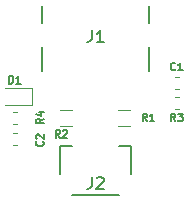
<source format=gto>
G04 #@! TF.GenerationSoftware,KiCad,Pcbnew,5.1.5*
G04 #@! TF.CreationDate,2020-01-08T02:03:50-03:00*
G04 #@! TF.ProjectId,Unified-Daughterboard,556e6966-6965-4642-9d44-617567687465,rev?*
G04 #@! TF.SameCoordinates,Original*
G04 #@! TF.FileFunction,Legend,Top*
G04 #@! TF.FilePolarity,Positive*
%FSLAX46Y46*%
G04 Gerber Fmt 4.6, Leading zero omitted, Abs format (unit mm)*
G04 Created by KiCad (PCBNEW 5.1.5) date 2020-01-08 02:03:50*
%MOMM*%
%LPD*%
G04 APERTURE LIST*
%ADD10C,0.200000*%
%ADD11C,0.120000*%
%ADD12C,0.150000*%
%ADD13C,0.127000*%
%ADD14C,0.100000*%
%ADD15C,3.602000*%
%ADD16R,0.702000X1.652000*%
%ADD17R,1.302000X1.902000*%
%ADD18R,0.602000X1.002000*%
%ADD19O,1.102000X1.702000*%
%ADD20O,1.102000X2.202000*%
%ADD21C,0.752000*%
%ADD22R,0.402000X1.552000*%
%ADD23R,0.702000X1.552000*%
G04 APERTURE END LIST*
D10*
X79504500Y-60043000D02*
X79504500Y-62043000D01*
X79504500Y-56543000D02*
X79504500Y-58043000D01*
X70504500Y-60043000D02*
X70504500Y-62043000D01*
X70504500Y-56543000D02*
X70504500Y-58043000D01*
D11*
X67987721Y-66526000D02*
X68313279Y-66526000D01*
X67987721Y-65506000D02*
X68313279Y-65506000D01*
X82029279Y-64236000D02*
X81703721Y-64236000D01*
X82029279Y-65256000D02*
X81703721Y-65256000D01*
X69635500Y-63503000D02*
X67350500Y-63503000D01*
X69635500Y-64973000D02*
X69635500Y-63503000D01*
X67350500Y-64973000D02*
X69635500Y-64973000D01*
X67987721Y-68304000D02*
X68313279Y-68304000D01*
X67987721Y-67284000D02*
X68313279Y-67284000D01*
X82029279Y-62585000D02*
X81703721Y-62585000D01*
X82029279Y-63605000D02*
X81703721Y-63605000D01*
D12*
X77004500Y-68393000D02*
X78004500Y-68393000D01*
X78004500Y-68393000D02*
X78004500Y-70793000D01*
X77004500Y-72593000D02*
X73004500Y-72593000D01*
X72004500Y-70793000D02*
X72004500Y-68393000D01*
X72004500Y-68393000D02*
X73004500Y-68393000D01*
D11*
X76921500Y-65336000D02*
X77921500Y-65336000D01*
X77921500Y-66696000D02*
X76921500Y-66696000D01*
X71968500Y-65336000D02*
X72968500Y-65336000D01*
X72968500Y-66696000D02*
X71968500Y-66696000D01*
D13*
X70596761Y-66121833D02*
X70294380Y-66333500D01*
X70596761Y-66484690D02*
X69961761Y-66484690D01*
X69961761Y-66242785D01*
X69992000Y-66182309D01*
X70022238Y-66152071D01*
X70082714Y-66121833D01*
X70173428Y-66121833D01*
X70233904Y-66152071D01*
X70264142Y-66182309D01*
X70294380Y-66242785D01*
X70294380Y-66484690D01*
X70173428Y-65577547D02*
X70596761Y-65577547D01*
X69931523Y-65728738D02*
X70385095Y-65879928D01*
X70385095Y-65486833D01*
X81760666Y-66303261D02*
X81549000Y-66000880D01*
X81397809Y-66303261D02*
X81397809Y-65668261D01*
X81639714Y-65668261D01*
X81700190Y-65698500D01*
X81730428Y-65728738D01*
X81760666Y-65789214D01*
X81760666Y-65879928D01*
X81730428Y-65940404D01*
X81700190Y-65970642D01*
X81639714Y-66000880D01*
X81397809Y-66000880D01*
X81972333Y-65668261D02*
X82365428Y-65668261D01*
X82153761Y-65910166D01*
X82244476Y-65910166D01*
X82304952Y-65940404D01*
X82335190Y-65970642D01*
X82365428Y-66031119D01*
X82365428Y-66182309D01*
X82335190Y-66242785D01*
X82304952Y-66273023D01*
X82244476Y-66303261D01*
X82063047Y-66303261D01*
X82002571Y-66273023D01*
X81972333Y-66242785D01*
X67681809Y-63128261D02*
X67681809Y-62493261D01*
X67833000Y-62493261D01*
X67923714Y-62523500D01*
X67984190Y-62583976D01*
X68014428Y-62644452D01*
X68044666Y-62765404D01*
X68044666Y-62856119D01*
X68014428Y-62977071D01*
X67984190Y-63037547D01*
X67923714Y-63098023D01*
X67833000Y-63128261D01*
X67681809Y-63128261D01*
X68649428Y-63128261D02*
X68286571Y-63128261D01*
X68468000Y-63128261D02*
X68468000Y-62493261D01*
X68407523Y-62583976D01*
X68347047Y-62644452D01*
X68286571Y-62674690D01*
X70536285Y-68026833D02*
X70566523Y-68057071D01*
X70596761Y-68147785D01*
X70596761Y-68208261D01*
X70566523Y-68298976D01*
X70506047Y-68359452D01*
X70445571Y-68389690D01*
X70324619Y-68419928D01*
X70233904Y-68419928D01*
X70112952Y-68389690D01*
X70052476Y-68359452D01*
X69992000Y-68298976D01*
X69961761Y-68208261D01*
X69961761Y-68147785D01*
X69992000Y-68057071D01*
X70022238Y-68026833D01*
X70022238Y-67784928D02*
X69992000Y-67754690D01*
X69961761Y-67694214D01*
X69961761Y-67543023D01*
X69992000Y-67482547D01*
X70022238Y-67452309D01*
X70082714Y-67422071D01*
X70143190Y-67422071D01*
X70233904Y-67452309D01*
X70596761Y-67815166D01*
X70596761Y-67422071D01*
X81760666Y-61924785D02*
X81730428Y-61955023D01*
X81639714Y-61985261D01*
X81579238Y-61985261D01*
X81488523Y-61955023D01*
X81428047Y-61894547D01*
X81397809Y-61834071D01*
X81367571Y-61713119D01*
X81367571Y-61622404D01*
X81397809Y-61501452D01*
X81428047Y-61440976D01*
X81488523Y-61380500D01*
X81579238Y-61350261D01*
X81639714Y-61350261D01*
X81730428Y-61380500D01*
X81760666Y-61410738D01*
X82365428Y-61985261D02*
X82002571Y-61985261D01*
X82184000Y-61985261D02*
X82184000Y-61350261D01*
X82123523Y-61440976D01*
X82063047Y-61501452D01*
X82002571Y-61531690D01*
D12*
X74675166Y-71056380D02*
X74675166Y-71770666D01*
X74627547Y-71913523D01*
X74532309Y-72008761D01*
X74389452Y-72056380D01*
X74294214Y-72056380D01*
X75103738Y-71151619D02*
X75151357Y-71104000D01*
X75246595Y-71056380D01*
X75484690Y-71056380D01*
X75579928Y-71104000D01*
X75627547Y-71151619D01*
X75675166Y-71246857D01*
X75675166Y-71342095D01*
X75627547Y-71484952D01*
X75056119Y-72056380D01*
X75675166Y-72056380D01*
D13*
X79347666Y-66303261D02*
X79136000Y-66000880D01*
X78984809Y-66303261D02*
X78984809Y-65668261D01*
X79226714Y-65668261D01*
X79287190Y-65698500D01*
X79317428Y-65728738D01*
X79347666Y-65789214D01*
X79347666Y-65879928D01*
X79317428Y-65940404D01*
X79287190Y-65970642D01*
X79226714Y-66000880D01*
X78984809Y-66000880D01*
X79952428Y-66303261D02*
X79589571Y-66303261D01*
X79771000Y-66303261D02*
X79771000Y-65668261D01*
X79710523Y-65758976D01*
X79650047Y-65819452D01*
X79589571Y-65849690D01*
X71981666Y-67700261D02*
X71770000Y-67397880D01*
X71618809Y-67700261D02*
X71618809Y-67065261D01*
X71860714Y-67065261D01*
X71921190Y-67095500D01*
X71951428Y-67125738D01*
X71981666Y-67186214D01*
X71981666Y-67276928D01*
X71951428Y-67337404D01*
X71921190Y-67367642D01*
X71860714Y-67397880D01*
X71618809Y-67397880D01*
X72223571Y-67125738D02*
X72253809Y-67095500D01*
X72314285Y-67065261D01*
X72465476Y-67065261D01*
X72525952Y-67095500D01*
X72556190Y-67125738D01*
X72586428Y-67186214D01*
X72586428Y-67246690D01*
X72556190Y-67337404D01*
X72193333Y-67700261D01*
X72586428Y-67700261D01*
D12*
X74675166Y-58610380D02*
X74675166Y-59324666D01*
X74627547Y-59467523D01*
X74532309Y-59562761D01*
X74389452Y-59610380D01*
X74294214Y-59610380D01*
X75675166Y-59610380D02*
X75103738Y-59610380D01*
X75389452Y-59610380D02*
X75389452Y-58610380D01*
X75294214Y-58753238D01*
X75198976Y-58848476D01*
X75103738Y-58896095D01*
%LPC*%
D14*
G36*
X69206191Y-65491176D02*
G01*
X69229901Y-65494693D01*
X69253152Y-65500517D01*
X69275720Y-65508592D01*
X69297389Y-65518841D01*
X69317948Y-65531164D01*
X69337201Y-65545442D01*
X69354961Y-65561539D01*
X69371058Y-65579299D01*
X69385336Y-65598552D01*
X69397659Y-65619111D01*
X69407908Y-65640780D01*
X69415983Y-65663348D01*
X69421807Y-65686599D01*
X69425324Y-65710309D01*
X69426500Y-65734250D01*
X69426500Y-66297750D01*
X69425324Y-66321691D01*
X69421807Y-66345401D01*
X69415983Y-66368652D01*
X69407908Y-66391220D01*
X69397659Y-66412889D01*
X69385336Y-66433448D01*
X69371058Y-66452701D01*
X69354961Y-66470461D01*
X69337201Y-66486558D01*
X69317948Y-66500836D01*
X69297389Y-66513159D01*
X69275720Y-66523408D01*
X69253152Y-66531483D01*
X69229901Y-66537307D01*
X69206191Y-66540824D01*
X69182250Y-66542000D01*
X68693750Y-66542000D01*
X68669809Y-66540824D01*
X68646099Y-66537307D01*
X68622848Y-66531483D01*
X68600280Y-66523408D01*
X68578611Y-66513159D01*
X68558052Y-66500836D01*
X68538799Y-66486558D01*
X68521039Y-66470461D01*
X68504942Y-66452701D01*
X68490664Y-66433448D01*
X68478341Y-66412889D01*
X68468092Y-66391220D01*
X68460017Y-66368652D01*
X68454193Y-66345401D01*
X68450676Y-66321691D01*
X68449500Y-66297750D01*
X68449500Y-65734250D01*
X68450676Y-65710309D01*
X68454193Y-65686599D01*
X68460017Y-65663348D01*
X68468092Y-65640780D01*
X68478341Y-65619111D01*
X68490664Y-65598552D01*
X68504942Y-65579299D01*
X68521039Y-65561539D01*
X68538799Y-65545442D01*
X68558052Y-65531164D01*
X68578611Y-65518841D01*
X68600280Y-65508592D01*
X68622848Y-65500517D01*
X68646099Y-65494693D01*
X68669809Y-65491176D01*
X68693750Y-65490000D01*
X69182250Y-65490000D01*
X69206191Y-65491176D01*
G37*
G36*
X67631191Y-65491176D02*
G01*
X67654901Y-65494693D01*
X67678152Y-65500517D01*
X67700720Y-65508592D01*
X67722389Y-65518841D01*
X67742948Y-65531164D01*
X67762201Y-65545442D01*
X67779961Y-65561539D01*
X67796058Y-65579299D01*
X67810336Y-65598552D01*
X67822659Y-65619111D01*
X67832908Y-65640780D01*
X67840983Y-65663348D01*
X67846807Y-65686599D01*
X67850324Y-65710309D01*
X67851500Y-65734250D01*
X67851500Y-66297750D01*
X67850324Y-66321691D01*
X67846807Y-66345401D01*
X67840983Y-66368652D01*
X67832908Y-66391220D01*
X67822659Y-66412889D01*
X67810336Y-66433448D01*
X67796058Y-66452701D01*
X67779961Y-66470461D01*
X67762201Y-66486558D01*
X67742948Y-66500836D01*
X67722389Y-66513159D01*
X67700720Y-66523408D01*
X67678152Y-66531483D01*
X67654901Y-66537307D01*
X67631191Y-66540824D01*
X67607250Y-66542000D01*
X67118750Y-66542000D01*
X67094809Y-66540824D01*
X67071099Y-66537307D01*
X67047848Y-66531483D01*
X67025280Y-66523408D01*
X67003611Y-66513159D01*
X66983052Y-66500836D01*
X66963799Y-66486558D01*
X66946039Y-66470461D01*
X66929942Y-66452701D01*
X66915664Y-66433448D01*
X66903341Y-66412889D01*
X66893092Y-66391220D01*
X66885017Y-66368652D01*
X66879193Y-66345401D01*
X66875676Y-66321691D01*
X66874500Y-66297750D01*
X66874500Y-65734250D01*
X66875676Y-65710309D01*
X66879193Y-65686599D01*
X66885017Y-65663348D01*
X66893092Y-65640780D01*
X66903341Y-65619111D01*
X66915664Y-65598552D01*
X66929942Y-65579299D01*
X66946039Y-65561539D01*
X66963799Y-65545442D01*
X66983052Y-65531164D01*
X67003611Y-65518841D01*
X67025280Y-65508592D01*
X67047848Y-65500517D01*
X67071099Y-65494693D01*
X67094809Y-65491176D01*
X67118750Y-65490000D01*
X67607250Y-65490000D01*
X67631191Y-65491176D01*
G37*
G36*
X81347191Y-64221176D02*
G01*
X81370901Y-64224693D01*
X81394152Y-64230517D01*
X81416720Y-64238592D01*
X81438389Y-64248841D01*
X81458948Y-64261164D01*
X81478201Y-64275442D01*
X81495961Y-64291539D01*
X81512058Y-64309299D01*
X81526336Y-64328552D01*
X81538659Y-64349111D01*
X81548908Y-64370780D01*
X81556983Y-64393348D01*
X81562807Y-64416599D01*
X81566324Y-64440309D01*
X81567500Y-64464250D01*
X81567500Y-65027750D01*
X81566324Y-65051691D01*
X81562807Y-65075401D01*
X81556983Y-65098652D01*
X81548908Y-65121220D01*
X81538659Y-65142889D01*
X81526336Y-65163448D01*
X81512058Y-65182701D01*
X81495961Y-65200461D01*
X81478201Y-65216558D01*
X81458948Y-65230836D01*
X81438389Y-65243159D01*
X81416720Y-65253408D01*
X81394152Y-65261483D01*
X81370901Y-65267307D01*
X81347191Y-65270824D01*
X81323250Y-65272000D01*
X80834750Y-65272000D01*
X80810809Y-65270824D01*
X80787099Y-65267307D01*
X80763848Y-65261483D01*
X80741280Y-65253408D01*
X80719611Y-65243159D01*
X80699052Y-65230836D01*
X80679799Y-65216558D01*
X80662039Y-65200461D01*
X80645942Y-65182701D01*
X80631664Y-65163448D01*
X80619341Y-65142889D01*
X80609092Y-65121220D01*
X80601017Y-65098652D01*
X80595193Y-65075401D01*
X80591676Y-65051691D01*
X80590500Y-65027750D01*
X80590500Y-64464250D01*
X80591676Y-64440309D01*
X80595193Y-64416599D01*
X80601017Y-64393348D01*
X80609092Y-64370780D01*
X80619341Y-64349111D01*
X80631664Y-64328552D01*
X80645942Y-64309299D01*
X80662039Y-64291539D01*
X80679799Y-64275442D01*
X80699052Y-64261164D01*
X80719611Y-64248841D01*
X80741280Y-64238592D01*
X80763848Y-64230517D01*
X80787099Y-64224693D01*
X80810809Y-64221176D01*
X80834750Y-64220000D01*
X81323250Y-64220000D01*
X81347191Y-64221176D01*
G37*
G36*
X82922191Y-64221176D02*
G01*
X82945901Y-64224693D01*
X82969152Y-64230517D01*
X82991720Y-64238592D01*
X83013389Y-64248841D01*
X83033948Y-64261164D01*
X83053201Y-64275442D01*
X83070961Y-64291539D01*
X83087058Y-64309299D01*
X83101336Y-64328552D01*
X83113659Y-64349111D01*
X83123908Y-64370780D01*
X83131983Y-64393348D01*
X83137807Y-64416599D01*
X83141324Y-64440309D01*
X83142500Y-64464250D01*
X83142500Y-65027750D01*
X83141324Y-65051691D01*
X83137807Y-65075401D01*
X83131983Y-65098652D01*
X83123908Y-65121220D01*
X83113659Y-65142889D01*
X83101336Y-65163448D01*
X83087058Y-65182701D01*
X83070961Y-65200461D01*
X83053201Y-65216558D01*
X83033948Y-65230836D01*
X83013389Y-65243159D01*
X82991720Y-65253408D01*
X82969152Y-65261483D01*
X82945901Y-65267307D01*
X82922191Y-65270824D01*
X82898250Y-65272000D01*
X82409750Y-65272000D01*
X82385809Y-65270824D01*
X82362099Y-65267307D01*
X82338848Y-65261483D01*
X82316280Y-65253408D01*
X82294611Y-65243159D01*
X82274052Y-65230836D01*
X82254799Y-65216558D01*
X82237039Y-65200461D01*
X82220942Y-65182701D01*
X82206664Y-65163448D01*
X82194341Y-65142889D01*
X82184092Y-65121220D01*
X82176017Y-65098652D01*
X82170193Y-65075401D01*
X82166676Y-65051691D01*
X82165500Y-65027750D01*
X82165500Y-64464250D01*
X82166676Y-64440309D01*
X82170193Y-64416599D01*
X82176017Y-64393348D01*
X82184092Y-64370780D01*
X82194341Y-64349111D01*
X82206664Y-64328552D01*
X82220942Y-64309299D01*
X82237039Y-64291539D01*
X82254799Y-64275442D01*
X82274052Y-64261164D01*
X82294611Y-64248841D01*
X82316280Y-64238592D01*
X82338848Y-64230517D01*
X82362099Y-64224693D01*
X82385809Y-64221176D01*
X82409750Y-64220000D01*
X82898250Y-64220000D01*
X82922191Y-64221176D01*
G37*
G36*
X67631191Y-63713176D02*
G01*
X67654901Y-63716693D01*
X67678152Y-63722517D01*
X67700720Y-63730592D01*
X67722389Y-63740841D01*
X67742948Y-63753164D01*
X67762201Y-63767442D01*
X67779961Y-63783539D01*
X67796058Y-63801299D01*
X67810336Y-63820552D01*
X67822659Y-63841111D01*
X67832908Y-63862780D01*
X67840983Y-63885348D01*
X67846807Y-63908599D01*
X67850324Y-63932309D01*
X67851500Y-63956250D01*
X67851500Y-64519750D01*
X67850324Y-64543691D01*
X67846807Y-64567401D01*
X67840983Y-64590652D01*
X67832908Y-64613220D01*
X67822659Y-64634889D01*
X67810336Y-64655448D01*
X67796058Y-64674701D01*
X67779961Y-64692461D01*
X67762201Y-64708558D01*
X67742948Y-64722836D01*
X67722389Y-64735159D01*
X67700720Y-64745408D01*
X67678152Y-64753483D01*
X67654901Y-64759307D01*
X67631191Y-64762824D01*
X67607250Y-64764000D01*
X67118750Y-64764000D01*
X67094809Y-64762824D01*
X67071099Y-64759307D01*
X67047848Y-64753483D01*
X67025280Y-64745408D01*
X67003611Y-64735159D01*
X66983052Y-64722836D01*
X66963799Y-64708558D01*
X66946039Y-64692461D01*
X66929942Y-64674701D01*
X66915664Y-64655448D01*
X66903341Y-64634889D01*
X66893092Y-64613220D01*
X66885017Y-64590652D01*
X66879193Y-64567401D01*
X66875676Y-64543691D01*
X66874500Y-64519750D01*
X66874500Y-63956250D01*
X66875676Y-63932309D01*
X66879193Y-63908599D01*
X66885017Y-63885348D01*
X66893092Y-63862780D01*
X66903341Y-63841111D01*
X66915664Y-63820552D01*
X66929942Y-63801299D01*
X66946039Y-63783539D01*
X66963799Y-63767442D01*
X66983052Y-63753164D01*
X67003611Y-63740841D01*
X67025280Y-63730592D01*
X67047848Y-63722517D01*
X67071099Y-63716693D01*
X67094809Y-63713176D01*
X67118750Y-63712000D01*
X67607250Y-63712000D01*
X67631191Y-63713176D01*
G37*
G36*
X69206191Y-63713176D02*
G01*
X69229901Y-63716693D01*
X69253152Y-63722517D01*
X69275720Y-63730592D01*
X69297389Y-63740841D01*
X69317948Y-63753164D01*
X69337201Y-63767442D01*
X69354961Y-63783539D01*
X69371058Y-63801299D01*
X69385336Y-63820552D01*
X69397659Y-63841111D01*
X69407908Y-63862780D01*
X69415983Y-63885348D01*
X69421807Y-63908599D01*
X69425324Y-63932309D01*
X69426500Y-63956250D01*
X69426500Y-64519750D01*
X69425324Y-64543691D01*
X69421807Y-64567401D01*
X69415983Y-64590652D01*
X69407908Y-64613220D01*
X69397659Y-64634889D01*
X69385336Y-64655448D01*
X69371058Y-64674701D01*
X69354961Y-64692461D01*
X69337201Y-64708558D01*
X69317948Y-64722836D01*
X69297389Y-64735159D01*
X69275720Y-64745408D01*
X69253152Y-64753483D01*
X69229901Y-64759307D01*
X69206191Y-64762824D01*
X69182250Y-64764000D01*
X68693750Y-64764000D01*
X68669809Y-64762824D01*
X68646099Y-64759307D01*
X68622848Y-64753483D01*
X68600280Y-64745408D01*
X68578611Y-64735159D01*
X68558052Y-64722836D01*
X68538799Y-64708558D01*
X68521039Y-64692461D01*
X68504942Y-64674701D01*
X68490664Y-64655448D01*
X68478341Y-64634889D01*
X68468092Y-64613220D01*
X68460017Y-64590652D01*
X68454193Y-64567401D01*
X68450676Y-64543691D01*
X68449500Y-64519750D01*
X68449500Y-63956250D01*
X68450676Y-63932309D01*
X68454193Y-63908599D01*
X68460017Y-63885348D01*
X68468092Y-63862780D01*
X68478341Y-63841111D01*
X68490664Y-63820552D01*
X68504942Y-63801299D01*
X68521039Y-63783539D01*
X68538799Y-63767442D01*
X68558052Y-63753164D01*
X68578611Y-63740841D01*
X68600280Y-63730592D01*
X68622848Y-63722517D01*
X68646099Y-63716693D01*
X68669809Y-63713176D01*
X68693750Y-63712000D01*
X69182250Y-63712000D01*
X69206191Y-63713176D01*
G37*
G36*
X69206191Y-67269176D02*
G01*
X69229901Y-67272693D01*
X69253152Y-67278517D01*
X69275720Y-67286592D01*
X69297389Y-67296841D01*
X69317948Y-67309164D01*
X69337201Y-67323442D01*
X69354961Y-67339539D01*
X69371058Y-67357299D01*
X69385336Y-67376552D01*
X69397659Y-67397111D01*
X69407908Y-67418780D01*
X69415983Y-67441348D01*
X69421807Y-67464599D01*
X69425324Y-67488309D01*
X69426500Y-67512250D01*
X69426500Y-68075750D01*
X69425324Y-68099691D01*
X69421807Y-68123401D01*
X69415983Y-68146652D01*
X69407908Y-68169220D01*
X69397659Y-68190889D01*
X69385336Y-68211448D01*
X69371058Y-68230701D01*
X69354961Y-68248461D01*
X69337201Y-68264558D01*
X69317948Y-68278836D01*
X69297389Y-68291159D01*
X69275720Y-68301408D01*
X69253152Y-68309483D01*
X69229901Y-68315307D01*
X69206191Y-68318824D01*
X69182250Y-68320000D01*
X68693750Y-68320000D01*
X68669809Y-68318824D01*
X68646099Y-68315307D01*
X68622848Y-68309483D01*
X68600280Y-68301408D01*
X68578611Y-68291159D01*
X68558052Y-68278836D01*
X68538799Y-68264558D01*
X68521039Y-68248461D01*
X68504942Y-68230701D01*
X68490664Y-68211448D01*
X68478341Y-68190889D01*
X68468092Y-68169220D01*
X68460017Y-68146652D01*
X68454193Y-68123401D01*
X68450676Y-68099691D01*
X68449500Y-68075750D01*
X68449500Y-67512250D01*
X68450676Y-67488309D01*
X68454193Y-67464599D01*
X68460017Y-67441348D01*
X68468092Y-67418780D01*
X68478341Y-67397111D01*
X68490664Y-67376552D01*
X68504942Y-67357299D01*
X68521039Y-67339539D01*
X68538799Y-67323442D01*
X68558052Y-67309164D01*
X68578611Y-67296841D01*
X68600280Y-67286592D01*
X68622848Y-67278517D01*
X68646099Y-67272693D01*
X68669809Y-67269176D01*
X68693750Y-67268000D01*
X69182250Y-67268000D01*
X69206191Y-67269176D01*
G37*
G36*
X67631191Y-67269176D02*
G01*
X67654901Y-67272693D01*
X67678152Y-67278517D01*
X67700720Y-67286592D01*
X67722389Y-67296841D01*
X67742948Y-67309164D01*
X67762201Y-67323442D01*
X67779961Y-67339539D01*
X67796058Y-67357299D01*
X67810336Y-67376552D01*
X67822659Y-67397111D01*
X67832908Y-67418780D01*
X67840983Y-67441348D01*
X67846807Y-67464599D01*
X67850324Y-67488309D01*
X67851500Y-67512250D01*
X67851500Y-68075750D01*
X67850324Y-68099691D01*
X67846807Y-68123401D01*
X67840983Y-68146652D01*
X67832908Y-68169220D01*
X67822659Y-68190889D01*
X67810336Y-68211448D01*
X67796058Y-68230701D01*
X67779961Y-68248461D01*
X67762201Y-68264558D01*
X67742948Y-68278836D01*
X67722389Y-68291159D01*
X67700720Y-68301408D01*
X67678152Y-68309483D01*
X67654901Y-68315307D01*
X67631191Y-68318824D01*
X67607250Y-68320000D01*
X67118750Y-68320000D01*
X67094809Y-68318824D01*
X67071099Y-68315307D01*
X67047848Y-68309483D01*
X67025280Y-68301408D01*
X67003611Y-68291159D01*
X66983052Y-68278836D01*
X66963799Y-68264558D01*
X66946039Y-68248461D01*
X66929942Y-68230701D01*
X66915664Y-68211448D01*
X66903341Y-68190889D01*
X66893092Y-68169220D01*
X66885017Y-68146652D01*
X66879193Y-68123401D01*
X66875676Y-68099691D01*
X66874500Y-68075750D01*
X66874500Y-67512250D01*
X66875676Y-67488309D01*
X66879193Y-67464599D01*
X66885017Y-67441348D01*
X66893092Y-67418780D01*
X66903341Y-67397111D01*
X66915664Y-67376552D01*
X66929942Y-67357299D01*
X66946039Y-67339539D01*
X66963799Y-67323442D01*
X66983052Y-67309164D01*
X67003611Y-67296841D01*
X67025280Y-67286592D01*
X67047848Y-67278517D01*
X67071099Y-67272693D01*
X67094809Y-67269176D01*
X67118750Y-67268000D01*
X67607250Y-67268000D01*
X67631191Y-67269176D01*
G37*
G36*
X81347191Y-62570176D02*
G01*
X81370901Y-62573693D01*
X81394152Y-62579517D01*
X81416720Y-62587592D01*
X81438389Y-62597841D01*
X81458948Y-62610164D01*
X81478201Y-62624442D01*
X81495961Y-62640539D01*
X81512058Y-62658299D01*
X81526336Y-62677552D01*
X81538659Y-62698111D01*
X81548908Y-62719780D01*
X81556983Y-62742348D01*
X81562807Y-62765599D01*
X81566324Y-62789309D01*
X81567500Y-62813250D01*
X81567500Y-63376750D01*
X81566324Y-63400691D01*
X81562807Y-63424401D01*
X81556983Y-63447652D01*
X81548908Y-63470220D01*
X81538659Y-63491889D01*
X81526336Y-63512448D01*
X81512058Y-63531701D01*
X81495961Y-63549461D01*
X81478201Y-63565558D01*
X81458948Y-63579836D01*
X81438389Y-63592159D01*
X81416720Y-63602408D01*
X81394152Y-63610483D01*
X81370901Y-63616307D01*
X81347191Y-63619824D01*
X81323250Y-63621000D01*
X80834750Y-63621000D01*
X80810809Y-63619824D01*
X80787099Y-63616307D01*
X80763848Y-63610483D01*
X80741280Y-63602408D01*
X80719611Y-63592159D01*
X80699052Y-63579836D01*
X80679799Y-63565558D01*
X80662039Y-63549461D01*
X80645942Y-63531701D01*
X80631664Y-63512448D01*
X80619341Y-63491889D01*
X80609092Y-63470220D01*
X80601017Y-63447652D01*
X80595193Y-63424401D01*
X80591676Y-63400691D01*
X80590500Y-63376750D01*
X80590500Y-62813250D01*
X80591676Y-62789309D01*
X80595193Y-62765599D01*
X80601017Y-62742348D01*
X80609092Y-62719780D01*
X80619341Y-62698111D01*
X80631664Y-62677552D01*
X80645942Y-62658299D01*
X80662039Y-62640539D01*
X80679799Y-62624442D01*
X80699052Y-62610164D01*
X80719611Y-62597841D01*
X80741280Y-62587592D01*
X80763848Y-62579517D01*
X80787099Y-62573693D01*
X80810809Y-62570176D01*
X80834750Y-62569000D01*
X81323250Y-62569000D01*
X81347191Y-62570176D01*
G37*
G36*
X82922191Y-62570176D02*
G01*
X82945901Y-62573693D01*
X82969152Y-62579517D01*
X82991720Y-62587592D01*
X83013389Y-62597841D01*
X83033948Y-62610164D01*
X83053201Y-62624442D01*
X83070961Y-62640539D01*
X83087058Y-62658299D01*
X83101336Y-62677552D01*
X83113659Y-62698111D01*
X83123908Y-62719780D01*
X83131983Y-62742348D01*
X83137807Y-62765599D01*
X83141324Y-62789309D01*
X83142500Y-62813250D01*
X83142500Y-63376750D01*
X83141324Y-63400691D01*
X83137807Y-63424401D01*
X83131983Y-63447652D01*
X83123908Y-63470220D01*
X83113659Y-63491889D01*
X83101336Y-63512448D01*
X83087058Y-63531701D01*
X83070961Y-63549461D01*
X83053201Y-63565558D01*
X83033948Y-63579836D01*
X83013389Y-63592159D01*
X82991720Y-63602408D01*
X82969152Y-63610483D01*
X82945901Y-63616307D01*
X82922191Y-63619824D01*
X82898250Y-63621000D01*
X82409750Y-63621000D01*
X82385809Y-63619824D01*
X82362099Y-63616307D01*
X82338848Y-63610483D01*
X82316280Y-63602408D01*
X82294611Y-63592159D01*
X82274052Y-63579836D01*
X82254799Y-63565558D01*
X82237039Y-63549461D01*
X82220942Y-63531701D01*
X82206664Y-63512448D01*
X82194341Y-63491889D01*
X82184092Y-63470220D01*
X82176017Y-63447652D01*
X82170193Y-63424401D01*
X82166676Y-63400691D01*
X82165500Y-63376750D01*
X82165500Y-62813250D01*
X82166676Y-62789309D01*
X82170193Y-62765599D01*
X82176017Y-62742348D01*
X82184092Y-62719780D01*
X82194341Y-62698111D01*
X82206664Y-62677552D01*
X82220942Y-62658299D01*
X82237039Y-62640539D01*
X82254799Y-62624442D01*
X82274052Y-62610164D01*
X82294611Y-62597841D01*
X82316280Y-62587592D01*
X82338848Y-62579517D01*
X82362099Y-62573693D01*
X82385809Y-62570176D01*
X82409750Y-62569000D01*
X82898250Y-62569000D01*
X82922191Y-62570176D01*
G37*
D15*
X68004500Y-58543000D03*
X82004500Y-58543000D03*
X68004500Y-71043000D03*
X82004500Y-71043000D03*
D16*
X75504500Y-68018000D03*
X76504500Y-68018000D03*
X74504500Y-68018000D03*
X73504500Y-68018000D03*
D17*
X72204500Y-71893000D03*
X77804500Y-71893000D03*
D18*
X78171500Y-66016000D03*
X76671500Y-66016000D03*
X73218500Y-66016000D03*
X71718500Y-66016000D03*
D19*
X70684500Y-59143000D03*
X79324500Y-59143000D03*
D20*
X70684500Y-63323000D03*
X79324500Y-63323000D03*
D21*
X77894500Y-62793000D03*
X72114500Y-62793000D03*
D22*
X75254500Y-64238000D03*
X74754500Y-64238000D03*
X74254500Y-64238000D03*
X75754500Y-64238000D03*
X73754500Y-64238000D03*
X76254500Y-64238000D03*
X73254500Y-64238000D03*
X76754500Y-64238000D03*
D23*
X77454500Y-64238000D03*
X72554500Y-64238000D03*
X78229500Y-64238000D03*
X71779500Y-64238000D03*
M02*

</source>
